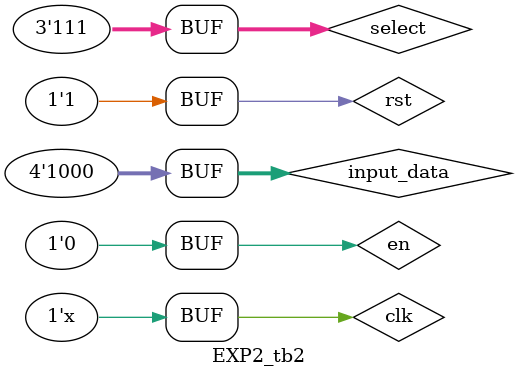
<source format=v>
`timescale 10ns/1ns

module EXP2_tb2();
	reg clk;
	reg en;
	reg rst;
	reg [3:0] input_data;
	reg [2:0] select;
	wire a;
	wire b;
	wire c;
	wire d;
	wire e;
	wire f;
	wire g;
	wire LED_S0;
	wire LED_S1;
	wire LED_S2;
	wire LED_S3;
	wire LED_S4;
	wire LED_S5;
	wire LED_S6;
	wire LED_S7;
	EXP2 exp(clk,en,rst,input_data,select,a,b,c,d,e,f,g,LED_S0,LED_S1,LED_S2,LED_S3,LED_S4,LED_S5,LED_S6,LED_S7);

	initial clk = 1'b0;
	always #1 clk = ~clk;
	
	//模拟实际情况
	initial begin
		rst=1'b0;en=1'b0;
		#2 rst=1'b1;
		
		#10 input_data=4'b0001;
		#10 select=3'b000;
		#2	en=1'b1;#2 en=1'b0;
		
		#10 input_data=4'b0010;
		#10 select=3'b001;
		#2	en=1'b1;#2 en=1'b0;
		
		#10 input_data=4'b0011;
		#10 select=3'b010;
		#2	en=1'b1;#2 en=1'b0;
		
		#10 input_data=4'b0100;
		#10 select=3'b011;
		#2 en=1'b1;#2 en=1'b0;
		
		#10 input_data=4'b0101;
		#10 select=3'b100;
		#2 en=1'b1;#2 en=1'b0;
		
		#10 input_data=4'b0110;
		#10 select=3'b101;
		#2 en=1'b1;#2 en=1'b0;
		
		#10 input_data=4'b0111;
		#10 select=3'b110;
		#2	en=1'b1;#2 en=1'b0;
		
		#10 input_data=4'b1000;
		#10 select=3'b111;
		#2 en=1'b1;#2 en=1'b0;
	end
endmodule
</source>
